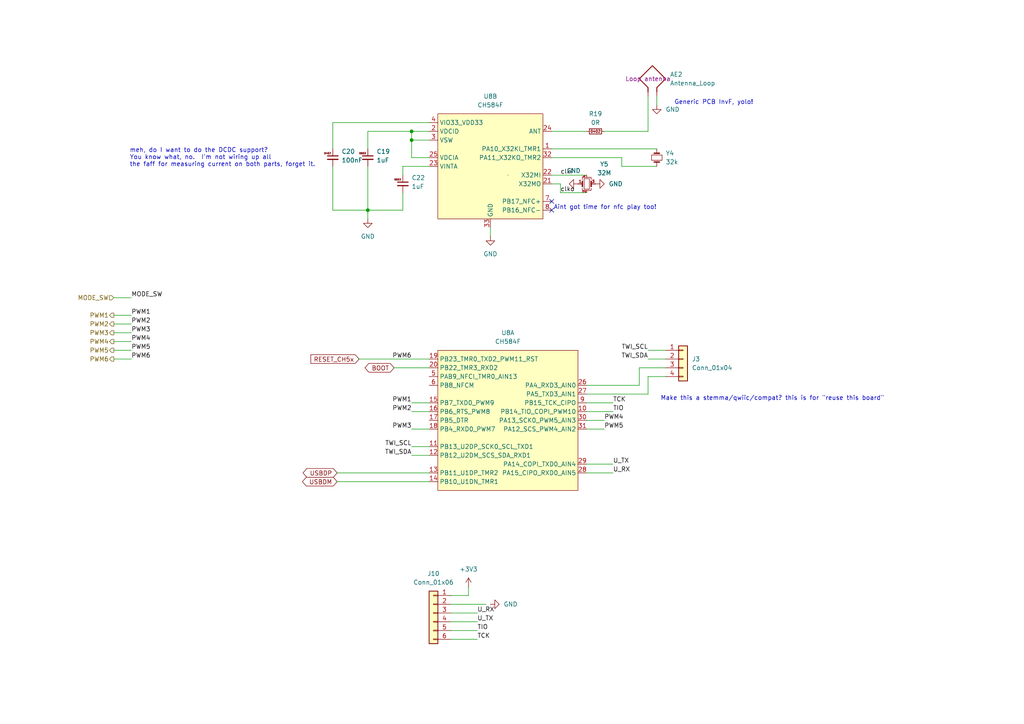
<source format=kicad_sch>
(kicad_sch (version 20250114) (generator "eeschema") (generator_version "9.0")
  (paper "A4")
  (lib_symbols
    (symbol "CH584F_1"
      (property "Reference" "U" (at -17.272 21.844 0))
      (property "Value" "CH584F" (at 8.636 20.066 0))
      (symbol "CH584F_1_1_0"
        (pin bidirectional line (at -22.86 15.24 0) (length 2.54) (name "PB23_TMR0_TXD2_PWM11_RST") (number "19"))
        (pin bidirectional line (at -22.86 12.7 0) (length 2.54) (name "PB22_TMR3_RXD2") (number "20"))
        (pin bidirectional line (at -22.86 10.16 0) (length 2.54) (name "PAB9_NFCI_TMR0_AIN13") (number "5"))
        (pin bidirectional line (at -22.86 7.62 0) (length 2.54) (name "PB8_NFCM") (number "6"))
        (pin bidirectional line (at -22.86 2.54 0) (length 2.54) (name "PB7_TXD0_PWM9") (number "15"))
        (pin bidirectional line (at -22.86 0 0) (length 2.54) (name "PB6_RTS_PWM8") (number "16"))
        (pin bidirectional line (at -22.86 -2.54 0) (length 2.54) (name "PB5_DTR") (number "17"))
        (pin bidirectional line (at -22.86 -5.08 0) (length 2.54) (name "PB4_RXD0_PWM7") (number "18"))
        (pin bidirectional line (at -22.86 -10.16 0) (length 2.54) (name "PB13_U2DP_SCK0_SCL_TXD1") (number "11"))
        (pin bidirectional line (at -22.86 -12.7 0) (length 2.54) (name "PB12_U2DM_SCS_SDA_RXD1") (number "12"))
        (pin bidirectional line (at -22.86 -17.78 0) (length 2.54) (name "PB11_U1DP_TMR2") (number "13"))
        (pin bidirectional line (at -22.86 -20.32 0) (length 2.54) (name "PB10_U1DN_TMR1") (number "14"))
        (pin bidirectional line (at 22.86 7.62 180) (length 2.54) (name "PA4_RXD3_AIN0") (number "26"))
        (pin bidirectional line (at 22.86 5.08 180) (length 2.54) (name "PA5_TXD3_AIN1") (number "27"))
        (pin bidirectional line (at 22.86 2.54 180) (length 2.54) (name "PB15_TCK_CIPO") (number "9"))
        (pin bidirectional line (at 22.86 0 180) (length 2.54) (name "PB14_TIO_COPI_PWM10") (number "10"))
        (pin bidirectional line (at 22.86 -2.54 180) (length 2.54) (name "PA13_SCK0_PWM5_AIN3") (number "30"))
        (pin bidirectional line (at 22.86 -5.08 180) (length 2.54) (name "PA12_SCS_PWM4_AIN2") (number "31"))
        (pin bidirectional line (at 22.86 -15.24 180) (length 2.54) (name "PA14_COPI_TXD0_AIN4") (number "29"))
        (pin bidirectional line (at 22.86 -17.78 180) (length 2.54) (name "PA15_CIPO_RXD0_AIN5") (number "28"))
      )
      (symbol "CH584F_1_1_1"
        (rectangle (start -20.32 17.78) (end 20.32 -22.86) (stroke (width 0.1524)) (fill (type background)))
        (rectangle (start 5.08 -5.08) (end 5.08 -5.08) (stroke (width 0.1524)))
        (rectangle (start 5.08 -5.08) (end 5.08 -5.08) (stroke (width 0.1524)))
        (rectangle (start 5.08 -5.08) (end 5.08 -5.08) (stroke (width 0.1524)))
        (rectangle (start 5.08 -5.08) (end 5.08 -5.08) (stroke (width 0.1524)))
      )
      (symbol "CH584F_1_2_0"
        (pin bidirectional line (at -17.78 10.16 0) (length 2.54) (name "VIO33_VDD33") (number "4"))
        (pin bidirectional line (at -17.78 7.62 0) (length 2.54) (name "VDCID") (number "2"))
        (pin bidirectional line (at -17.78 5.08 0) (length 2.54) (name "VSW") (number "3"))
        (pin bidirectional line (at -17.78 0 0) (length 2.54) (name "VDCIA") (number "25"))
        (pin bidirectional line (at -17.78 -2.54 0) (length 2.54) (name "VINTA") (number "23"))
        (pin power_in line (at 0 -20.32 90) (length 2.54) (name "GND") (number "33"))
        (pin bidirectional line (at 17.78 7.62 180) (length 2.54) (name "ANT") (number "24"))
        (pin bidirectional line (at 17.78 2.54 180) (length 2.54) (name "PA10_X32KI_TMR1") (number "1"))
        (pin bidirectional line (at 17.78 0 180) (length 2.54) (name "PA11_X32KO_TMR2") (number "32"))
        (pin bidirectional line (at 17.78 -5.08 180) (length 2.54) (name "X32MI") (number "22"))
        (pin bidirectional line (at 17.78 -7.62 180) (length 2.54) (name "X32MO") (number "21"))
        (pin bidirectional line (at 17.78 -12.7 180) (length 2.54) (name "PB17_NFC+") (number "7"))
        (pin bidirectional line (at 17.78 -15.24 180) (length 2.54) (name "PB16_NFC-") (number "8"))
      )
      (symbol "CH584F_1_2_1"
        (rectangle (start -15.24 12.7) (end 15.24 -17.78) (stroke (width 0.1524)) (fill (type background)))
        (rectangle (start 5.08 -5.08) (end 5.08 -5.08) (stroke (width 0.1524)))
        (rectangle (start 5.08 -5.08) (end 5.08 -5.08) (stroke (width 0.1524)))
      )
    )
    (symbol "Connector_Generic:Conn_01x04" (pin_names (offset 1.016) (hide yes))
      (property "Reference" "J" (at 0 5.08 0))
      (property "Value" "Conn_01x04" (at 0 -7.62 0))
      (symbol "Conn_01x04_1_1"
        (rectangle (start -1.27 3.81) (end 1.27 -6.35) (stroke (width 0.254)) (fill (type background)))
        (rectangle (start -1.27 2.667) (end 0 2.413) (stroke (width 0.1524)))
        (rectangle (start -1.27 0.127) (end 0 -0.127) (stroke (width 0.1524)))
        (rectangle (start -1.27 -2.413) (end 0 -2.667) (stroke (width 0.1524)))
        (rectangle (start -1.27 -4.953) (end 0 -5.207) (stroke (width 0.1524)))
        (pin passive line (at -5.08 2.54 0) (length 3.81) (name "Pin_1") (number "1"))
        (pin passive line (at -5.08 0 0) (length 3.81) (name "Pin_2") (number "2"))
        (pin passive line (at -5.08 -2.54 0) (length 3.81) (name "Pin_3") (number "3"))
        (pin passive line (at -5.08 -5.08 0) (length 3.81) (name "Pin_4") (number "4"))
      )
    )
    (symbol "Connector_Generic:Conn_01x06" (pin_names (offset 1.016) (hide yes))
      (property "Reference" "J" (at 0 7.62 0))
      (property "Value" "Conn_01x06" (at 0 -10.16 0))
      (symbol "Conn_01x06_1_1"
        (rectangle (start -1.27 6.35) (end 1.27 -8.89) (stroke (width 0.254)) (fill (type background)))
        (rectangle (start -1.27 5.207) (end 0 4.953) (stroke (width 0.1524)))
        (rectangle (start -1.27 2.667) (end 0 2.413) (stroke (width 0.1524)))
        (rectangle (start -1.27 0.127) (end 0 -0.127) (stroke (width 0.1524)))
        (rectangle (start -1.27 -2.413) (end 0 -2.667) (stroke (width 0.1524)))
        (rectangle (start -1.27 -4.953) (end 0 -5.207) (stroke (width 0.1524)))
        (rectangle (start -1.27 -7.493) (end 0 -7.747) (stroke (width 0.1524)))
        (pin passive line (at -5.08 5.08 0) (length 3.81) (name "Pin_1") (number "1"))
        (pin passive line (at -5.08 2.54 0) (length 3.81) (name "Pin_2") (number "2"))
        (pin passive line (at -5.08 0 0) (length 3.81) (name "Pin_3") (number "3"))
        (pin passive line (at -5.08 -2.54 0) (length 3.81) (name "Pin_4") (number "4"))
        (pin passive line (at -5.08 -5.08 0) (length 3.81) (name "Pin_5") (number "5"))
        (pin passive line (at -5.08 -7.62 0) (length 3.81) (name "Pin_6") (number "6"))
      )
    )
    (symbol "Device:Antenna_Loop" (pin_numbers (hide yes)) (pin_names (offset 1.016) (hide yes))
      (property "Reference" "AE" (at 1.27 6.35 0))
      (property "Value" "Antenna_Loop" (at 1.27 5.08 0))
      (symbol "Antenna_Loop_0_1"
        (polyline (pts (xy 2.54 -3.81) (xy 2.54 -2.54) (xy 5.08 0) (xy 1.27 3.81) (xy -2.54 0) (xy 0 -2.54) (xy 0 -3.81)) (stroke (width 0.254)))
      )
      (symbol "Antenna_Loop_1_1"
        (pin input line (at 0 -5.08 90) (length 2.54) (name "~") (number "1"))
        (pin input line (at 2.54 -5.08 90) (length 2.54) (name "~") (number "2"))
      )
    )
    (symbol "karl-atomic-basic:Crystal_32k_3215_Q13FC13500004" (pin_numbers (hide yes)) (pin_names (offset 1.016) (hide yes))
      (property "Reference" "Y" (at 0 2.54 0))
      (property "Value" "Crystal_32k_3215_Q13FC13500004" (at 0 -2.54 0))
      (symbol "Crystal_32k_3215_Q13FC13500004_0_1"
        (polyline (pts (xy -1.27 -0.762) (xy -1.27 0.762)) (stroke (width 0.381)))
        (rectangle (start -0.762 -1.524) (end 0.762 1.524))
        (polyline (pts (xy 1.27 -0.762) (xy 1.27 0.762)) (stroke (width 0.381)))
      )
      (symbol "Crystal_32k_3215_Q13FC13500004_1_1"
        (pin passive line (at -2.54 0 0) (length 1.27) (name "1") (number "1"))
        (pin passive line (at 2.54 0 180) (length 1.27) (name "2") (number "2"))
      )
    )
    (symbol "karl-atomic-basic:KC0402_100nF_16V" (pin_numbers (hide yes)) (pin_names (offset 0.254) (hide yes))
      (property "Reference" "C" (at 0.254 1.778 0))
      (property "Value" "100nF" (at 0.254 -2.032 0))
      (symbol "KC0402_100nF_16V_0_1"
        (polyline (pts (xy -1.524 0.508) (xy 1.524 0.508)) (stroke (width 0.3048)))
        (polyline (pts (xy -1.524 -0.508) (xy 1.524 -0.508)) (stroke (width 0.3302)))
      )
      (symbol "KC0402_100nF_16V_1_1"
        (text "0402" (at -1.524 1.27 0) (effects (font (size 0.508 0.508))))
        (pin passive line (at 0 2.54 270) (length 2.032) (name "~") (number "1"))
        (pin passive line (at 0 -2.54 90) (length 2.032) (name "~") (number "2"))
      )
    )
    (symbol "karl-atomic-basic:KC0603_1uF" (pin_numbers (hide yes)) (pin_names (offset 0.254) (hide yes))
      (property "Reference" "C" (at 0.254 1.778 0))
      (property "Value" "1uF" (at 0.254 -2.032 0))
      (symbol "KC0603_1uF_0_1"
        (polyline (pts (xy -1.524 0.508) (xy 1.524 0.508)) (stroke (width 0.3048)))
        (polyline (pts (xy -1.524 -0.508) (xy 1.524 -0.508)) (stroke (width 0.3302)))
      )
      (symbol "KC0603_1uF_1_1"
        (text "0603" (at -1.524 1.27 0) (effects (font (size 0.508 0.508))))
        (pin passive line (at 0 2.54 270) (length 2.032) (name "~") (number "1"))
        (pin passive line (at 0 -2.54 90) (length 2.032) (name "~") (number "2"))
      )
    )
    (symbol "karl-atomic-basic:KR0402_0R" (pin_numbers (hide yes)) (pin_names (offset 0.254) (hide yes))
      (property "Reference" "R" (at 0.762 0.508 0))
      (property "Value" "0R" (at 0.762 -1.016 0))
      (symbol "KR0402_0R_0_1"
        (rectangle (start -0.762 1.778) (end 0.762 -1.778) (stroke (width 0.2032)))
      )
      (symbol "KR0402_0R_1_1"
        (text "0402" (at 0 0 900) (effects (font (size 0.762 0.762))))
        (pin passive line (at 0 2.54 270) (length 0.762) (name "~") (number "1"))
        (pin passive line (at 0 -2.54 90) (length 0.762) (name "~") (number "2"))
      )
    )
    (symbol "karl-parts:Crystal_32M_2016_XTM20032000DT00351005" (pin_names (offset 1.016) (hide yes))
      (property "Reference" "Y" (at 1.27 4.445 0))
      (property "Value" "Crystal_32M_2016_XTM20032000DT00351005" (at 1.27 2.54 0))
      (symbol "Crystal_32M_2016_XTM20032000DT00351005_0_1"
        (polyline (pts (xy -1.27 1.27) (xy -1.27 1.905) (xy 1.27 1.905) (xy 1.27 1.27)))
        (polyline (pts (xy -1.27 -0.762) (xy -1.27 0.762)) (stroke (width 0.381)))
        (polyline (pts (xy -1.27 -1.27) (xy -1.27 -1.905) (xy 1.27 -1.905) (xy 1.27 -1.27)))
        (rectangle (start -0.762 -1.524) (end 0.762 1.524))
        (polyline (pts (xy 1.27 -0.762) (xy 1.27 0.762)) (stroke (width 0.381)))
      )
      (symbol "Crystal_32M_2016_XTM20032000DT00351005_1_1"
        (pin passive line (at -2.54 0 0) (length 1.27) (name "1") (number "1"))
        (pin passive line (at 0 2.54 270) (length 0.635) (name "4") (number "4"))
        (pin passive line (at 0 -2.54 90) (length 0.635) (name "2") (number "2"))
        (pin passive line (at 2.54 0 180) (length 1.27) (name "3") (number "3"))
      )
    )
    (symbol "power:+3V3" (power) (pin_numbers (hide yes)) (pin_names (offset 0) (hide yes))
      (property "Value" "+3V3" (at 0 3.556 0))
      (symbol "+3V3_0_1"
        (polyline (pts (xy -0.762 1.27) (xy 0 2.54)))
        (polyline (pts (xy 0 2.54) (xy 0.762 1.27)))
        (polyline (pts (xy 0 0) (xy 0 2.54)))
      )
      (symbol "+3V3_1_1"
        (pin power_in line (at 0 0 90) (length 0) (name "~") (number "1"))
      )
    )
    (symbol "power:GND" (power) (pin_numbers (hide yes)) (pin_names (offset 0) (hide yes))
      (property "Value" "GND" (at 0 -3.81 0))
      (symbol "GND_0_1"
        (polyline (pts (xy 0 0) (xy 0 -1.27) (xy 1.27 -1.27) (xy 0 -2.54) (xy -1.27 -1.27) (xy 0 -1.27)))
      )
      (symbol "GND_1_1"
        (pin power_in line (at 0 0 270) (length 0) (name "~") (number "1"))
      )
    )
    (symbol "wch-bluetooth:CH584F"
      (property "Reference" "U" (at -17.272 21.844 0))
      (property "Value" "CH584F" (at 8.636 20.066 0))
      (symbol "CH584F_1_0"
        (pin bidirectional line (at -22.86 15.24 0) (length 2.54) (name "PB23_TMR0_TXD2_PWM11_RST") (number "19"))
        (pin bidirectional line (at -22.86 12.7 0) (length 2.54) (name "PB22_TMR3_RXD2") (number "20"))
        (pin bidirectional line (at -22.86 10.16 0) (length 2.54) (name "PAB9_NFCI_TMR0_AIN13") (number "5"))
        (pin bidirectional line (at -22.86 7.62 0) (length 2.54) (name "PB8_NFCM") (number "6"))
        (pin bidirectional line (at -22.86 2.54 0) (length 2.54) (name "PB7_TXD0_PWM9") (number "15"))
        (pin bidirectional line (at -22.86 0 0) (length 2.54) (name "PB6_RTS_PWM8") (number "16"))
        (pin bidirectional line (at -22.86 -2.54 0) (length 2.54) (name "PB5_DTR") (number "17"))
        (pin bidirectional line (at -22.86 -5.08 0) (length 2.54) (name "PB4_RXD0_PWM7") (number "18"))
        (pin bidirectional line (at -22.86 -10.16 0) (length 2.54) (name "PB13_U2DP_SCK0_SCL_TXD1") (number "11"))
        (pin bidirectional line (at -22.86 -12.7 0) (length 2.54) (name "PB12_U2DM_SCS_SDA_RXD1") (number "12"))
        (pin bidirectional line (at -22.86 -17.78 0) (length 2.54) (name "PB11_U1DP_TMR2") (number "13"))
        (pin bidirectional line (at -22.86 -20.32 0) (length 2.54) (name "PB10_U1DN_TMR1") (number "14"))
        (pin bidirectional line (at 22.86 7.62 180) (length 2.54) (name "PA4_RXD3_AIN0") (number "26"))
        (pin bidirectional line (at 22.86 5.08 180) (length 2.54) (name "PA5_TXD3_AIN1") (number "27"))
        (pin bidirectional line (at 22.86 2.54 180) (length 2.54) (name "PB15_TCK_CIPO") (number "9"))
        (pin bidirectional line (at 22.86 0 180) (length 2.54) (name "PB14_TIO_COPI_PWM10") (number "10"))
        (pin bidirectional line (at 22.86 -2.54 180) (length 2.54) (name "PA13_SCK0_PWM5_AIN3") (number "30"))
        (pin bidirectional line (at 22.86 -5.08 180) (length 2.54) (name "PA12_SCS_PWM4_AIN2") (number "31"))
        (pin bidirectional line (at 22.86 -15.24 180) (length 2.54) (name "PA14_COPI_TXD0_AIN4") (number "29"))
        (pin bidirectional line (at 22.86 -17.78 180) (length 2.54) (name "PA15_CIPO_RXD0_AIN5") (number "28"))
      )
      (symbol "CH584F_1_1"
        (rectangle (start -20.32 17.78) (end 20.32 -22.86) (stroke (width 0.1524)) (fill (type background)))
        (rectangle (start 5.08 -5.08) (end 5.08 -5.08) (stroke (width 0.1524)))
        (rectangle (start 5.08 -5.08) (end 5.08 -5.08) (stroke (width 0.1524)))
        (rectangle (start 5.08 -5.08) (end 5.08 -5.08) (stroke (width 0.1524)))
        (rectangle (start 5.08 -5.08) (end 5.08 -5.08) (stroke (width 0.1524)))
      )
      (symbol "CH584F_2_0"
        (pin bidirectional line (at -17.78 10.16 0) (length 2.54) (name "VIO33_VDD33") (number "4"))
        (pin bidirectional line (at -17.78 7.62 0) (length 2.54) (name "VDCID") (number "2"))
        (pin bidirectional line (at -17.78 5.08 0) (length 2.54) (name "VSW") (number "3"))
        (pin bidirectional line (at -17.78 0 0) (length 2.54) (name "VDCIA") (number "25"))
        (pin bidirectional line (at -17.78 -2.54 0) (length 2.54) (name "VINTA") (number "23"))
        (pin power_in line (at 0 -20.32 90) (length 2.54) (name "GND") (number "33"))
        (pin bidirectional line (at 17.78 7.62 180) (length 2.54) (name "ANT") (number "24"))
        (pin bidirectional line (at 17.78 2.54 180) (length 2.54) (name "PA10_X32KI_TMR1") (number "1"))
        (pin bidirectional line (at 17.78 0 180) (length 2.54) (name "PA11_X32KO_TMR2") (number "32"))
        (pin bidirectional line (at 17.78 -5.08 180) (length 2.54) (name "X32MI") (number "22"))
        (pin bidirectional line (at 17.78 -7.62 180) (length 2.54) (name "X32MO") (number "21"))
        (pin bidirectional line (at 17.78 -12.7 180) (length 2.54) (name "PB17_NFC+") (number "7"))
        (pin bidirectional line (at 17.78 -15.24 180) (length 2.54) (name "PB16_NFC-") (number "8"))
      )
      (symbol "CH584F_2_1"
        (rectangle (start -15.24 12.7) (end 15.24 -17.78) (stroke (width 0.1524)) (fill (type background)))
        (rectangle (start 5.08 -5.08) (end 5.08 -5.08) (stroke (width 0.1524)))
        (rectangle (start 5.08 -5.08) (end 5.08 -5.08) (stroke (width 0.1524)))
      )
    )
  )
  (text "meh, do I want to do the DCDC support?\nYou know what, no.  I'm not wiring up all\nthe faff for measuring current on both parts, forget it." (at 37.592 45.72 0) (effects (font (size 1.27 1.27)) (justify left)))
  (text "Generic PCB InvF, yolo!" (at 195.58 30.48 0) (effects (font (size 1.27 1.27)) (justify left bottom)))
  (text "Aint got time for nfc play too!" (at 175.514 60.198 0) (effects (font (size 1.27 1.27))))
  (text "Make this a stemma/qwiic/compat? this is for \"reuse this board\"" (at 224.028 115.57 0) (effects (font (size 1.27 1.27))))
  (junction (at 106.68 60.96))
  (junction (at 119.38 40.64))
  (junction (at 119.38 38.1))
  (no_connect (at 160.02 60.96))
  (no_connect (at 160.02 58.42))
  (wire (pts (xy 170.18 119.38) (xy 177.8 119.38)))
  (wire (pts (xy 190.5 43.18) (xy 160.02 43.18)))
  (wire (pts (xy 96.52 48.26) (xy 96.52 60.96)))
  (wire (pts (xy 116.84 55.88) (xy 116.84 60.96)))
  (wire (pts (xy 187.96 114.3) (xy 187.96 109.22)))
  (wire (pts (xy 114.3 106.68) (xy 124.46 106.68)))
  (wire (pts (xy 119.38 45.72) (xy 119.38 40.64)))
  (wire (pts (xy 33.02 93.98) (xy 38.1 93.98)))
  (wire (pts (xy 130.81 180.34) (xy 138.43 180.34)))
  (wire (pts (xy 33.02 86.36) (xy 38.1 86.36)))
  (wire (pts (xy 124.46 48.26) (xy 116.84 48.26)))
  (wire (pts (xy 96.52 35.56) (xy 124.46 35.56)))
  (wire (pts (xy 33.02 104.14) (xy 38.1 104.14)))
  (wire (pts (xy 170.18 114.3) (xy 187.96 114.3)))
  (wire (pts (xy 130.81 172.72) (xy 135.89 172.72)))
  (wire (pts (xy 130.81 175.26) (xy 140.97 175.26)))
  (wire (pts (xy 170.18 137.16) (xy 177.8 137.16)))
  (wire (pts (xy 170.18 134.62) (xy 177.8 134.62)))
  (wire (pts (xy 162.56 53.34) (xy 162.56 55.88)))
  (wire (pts (xy 119.38 38.1) (xy 124.46 38.1)))
  (wire (pts (xy 106.68 60.96) (xy 116.84 60.96)))
  (wire (pts (xy 124.46 45.72) (xy 119.38 45.72)))
  (wire (pts (xy 96.52 35.56) (xy 96.52 43.18)))
  (wire (pts (xy 185.42 106.68) (xy 193.04 106.68)))
  (wire (pts (xy 104.14 104.14) (xy 124.46 104.14)))
  (wire (pts (xy 124.46 119.38) (xy 119.38 119.38)))
  (wire (pts (xy 185.42 111.76) (xy 185.42 106.68)))
  (wire (pts (xy 106.68 60.96) (xy 106.68 63.5)))
  (wire (pts (xy 119.38 132.08) (xy 124.46 132.08)))
  (wire (pts (xy 180.34 45.72) (xy 180.34 48.26)))
  (wire (pts (xy 187.96 109.22) (xy 193.04 109.22)))
  (wire (pts (xy 96.52 60.96) (xy 106.68 60.96)))
  (wire (pts (xy 124.46 116.84) (xy 119.38 116.84)))
  (wire (pts (xy 130.81 185.42) (xy 138.43 185.42)))
  (wire (pts (xy 106.68 38.1) (xy 106.68 43.18)))
  (wire (pts (xy 119.38 129.54) (xy 124.46 129.54)))
  (wire (pts (xy 142.24 66.04) (xy 142.24 68.58)))
  (wire (pts (xy 187.96 104.14) (xy 193.04 104.14)))
  (wire (pts (xy 97.79 139.7) (xy 124.46 139.7)))
  (wire (pts (xy 187.96 101.6) (xy 193.04 101.6)))
  (wire (pts (xy 116.84 48.26) (xy 116.84 50.8)))
  (wire (pts (xy 160.02 50.8) (xy 170.18 50.8)))
  (wire (pts (xy 124.46 40.64) (xy 119.38 40.64)))
  (wire (pts (xy 170.18 111.76) (xy 185.42 111.76)))
  (wire (pts (xy 162.56 55.88) (xy 170.18 55.88)))
  (wire (pts (xy 170.18 121.92) (xy 175.26 121.92)))
  (wire (pts (xy 33.02 99.06) (xy 38.1 99.06)))
  (wire (pts (xy 119.38 40.64) (xy 119.38 38.1)))
  (wire (pts (xy 124.46 124.46) (xy 119.38 124.46)))
  (wire (pts (xy 106.68 38.1) (xy 119.38 38.1)))
  (wire (pts (xy 33.02 101.6) (xy 38.1 101.6)))
  (wire (pts (xy 106.68 48.26) (xy 106.68 60.96)))
  (wire (pts (xy 190.5 48.26) (xy 180.34 48.26)))
  (wire (pts (xy 160.02 53.34) (xy 162.56 53.34)))
  (wire (pts (xy 130.81 182.88) (xy 138.43 182.88)))
  (wire (pts (xy 175.26 38.1) (xy 187.96 38.1)))
  (wire (pts (xy 97.79 137.16) (xy 124.46 137.16)))
  (wire (pts (xy 190.5 27.94) (xy 190.5 30.48)))
  (wire (pts (xy 160.02 45.72) (xy 180.34 45.72)))
  (wire (pts (xy 160.02 38.1) (xy 170.18 38.1)))
  (wire (pts (xy 33.02 96.52) (xy 38.1 96.52)))
  (wire (pts (xy 170.18 124.46) (xy 175.26 124.46)))
  (wire (pts (xy 170.18 116.84) (xy 177.8 116.84)))
  (wire (pts (xy 33.02 91.44) (xy 38.1 91.44)))
  (wire (pts (xy 187.96 27.94) (xy 187.96 38.1)))
  (wire (pts (xy 130.81 177.8) (xy 138.43 177.8)))
  (wire (pts (xy 135.89 172.72) (xy 135.89 170.18)))
  (label "PWM6" (at 38.1 104.14 0))
  (label "PWM4" (at 38.1 99.06 0))
  (label "PWM1" (at 38.1 91.44 0))
  (label "MODE_SW" (at 38.1 86.36 0))
  (label "PWM5" (at 38.1 101.6 0))
  (label "PWM1" (at 119.38 116.84 180))
  (label "TCK" (at 177.8 116.84 0))
  (label "TWI_SCL" (at 187.96 101.6 180))
  (label "U_TX" (at 138.43 180.34 0))
  (label "TWI_SCL" (at 119.38 129.54 180))
  (label "TIO" (at 177.8 119.38 0))
  (label "U_TX" (at 177.8 134.62 0))
  (label "PWM3" (at 38.1 96.52 0))
  (label "U_RX" (at 138.43 177.8 0))
  (label "PWM4" (at 175.26 121.92 0))
  (label "PWM2" (at 119.38 119.38 180))
  (label "clki" (at 162.56 50.8 0))
  (label "TWI_SDA" (at 119.38 132.08 180))
  (label "TIO" (at 138.43 182.88 0))
  (label "TCK" (at 138.43 185.42 0))
  (label "clko" (at 162.56 55.88 0))
  (label "PWM6" (at 119.38 104.14 180))
  (label "PWM2" (at 38.1 93.98 0))
  (label "TWI_SDA" (at 187.96 104.14 180))
  (label "PWM5" (at 175.26 124.46 0))
  (label "U_RX" (at 177.8 137.16 0))
  (label "PWM3" (at 119.38 124.46 180))
  (global_label "USBDM" (shape bidirectional) (at 97.79 139.7 180) (property "Intersheetrefs" "${INTERSHEET_REFS}" (effects (hide yes))))
  (global_label "USBDP" (shape bidirectional) (at 97.79 137.16 180) (property "Intersheetrefs" "${INTERSHEET_REFS}" (effects (hide yes))))
  (global_label "BOOT" (shape bidirectional) (at 114.3 106.68 180) (property "Intersheetrefs" "${INTERSHEET_REFS}" (effects (hide yes))))
  (global_label "RESET_CH5x" (shape input) (at 104.14 104.14 180) (property "Intersheetrefs" "${INTERSHEET_REFS}" (effects (hide yes))))
  (hierarchical_label "PWM6" (shape output) (at 33.02 104.14 180))
  (hierarchical_label "PWM3" (shape output) (at 33.02 96.52 180))
  (hierarchical_label "PWM4" (shape output) (at 33.02 99.06 180))
  (hierarchical_label "PWM1" (shape output) (at 33.02 91.44 180))
  (hierarchical_label "MODE_SW" (shape input) (at 33.02 86.36 180))
  (hierarchical_label "PWM2" (shape output) (at 33.02 93.98 180))
  (hierarchical_label "PWM5" (shape output) (at 33.02 101.6 180))
  (symbol (lib_id "karl-atomic-basic:KC0603_1uF") (at 106.68 45.72 0) (unit 1)
    (property "Reference" "C19" (at 109.22 43.9471 0) (effects (justify left)))
    (property "Value" "1uF" (at 109.22 46.4871 0) (effects (justify left)))
    (property "Footprint" "Capacitor_SMD:C_0603_1608Metric" (effects (hide yes)))
    (property "Description" "50V, X5R" (effects (hide yes)))
    (property "MPN" "CL10A105KB8NNNC" (effects (hide yes)))
    (property "LCSC Part #" "C15849" (effects (hide yes)))
    (property "jlcbasic" "basic" (effects (hide yes)))
  )
  (symbol (lib_id "Connector_Generic:Conn_01x04") (at 198.12 104.14 0) (unit 1) (in_bom no)
    (property "Reference" "J3" (at 200.66 104.1399 0) (effects (justify left)))
    (property "Value" "Conn_01x04" (at 200.66 106.6799 0) (effects (justify left)))
    (property "Footprint" "Connector_PinHeader_2.54mm:PinHeader_1x04_P2.54mm_Vertical" (effects (hide yes)))
    (property "Description" "Generic connector, single row, 01x04, script generated (kicad-library-utils/schlib/autogen/connector/)" (effects (hide yes)))
  )
  (symbol (lib_id "karl-atomic-basic:KC0603_1uF") (at 116.84 53.34 0) (unit 1)
    (property "Reference" "C22" (at 119.38 51.5671 0) (effects (justify left)))
    (property "Value" "1uF" (at 119.38 54.1071 0) (effects (justify left)))
    (property "Footprint" "Capacitor_SMD:C_0603_1608Metric" (effects (hide yes)))
    (property "Description" "50V, X5R" (effects (hide yes)))
    (property "MPN" "CL10A105KB8NNNC" (effects (hide yes)))
    (property "LCSC Part #" "C15849" (effects (hide yes)))
    (property "jlcbasic" "basic" (effects (hide yes)))
  )
  (symbol (lib_name "CH584F_1") (lib_id "wch-bluetooth:CH584F") (at 142.24 45.72 0) (unit 2)
    (property "Reference" "U8" (at 142.24 27.94 0))
    (property "Value" "CH584F" (at 142.24 30.48 0))
    (property "Footprint" "Package_DFN_QFN:QFN-32-1EP_4x4mm_P0.4mm_EP2.65x2.65mm" (effects (hide yes)))
    (property "Datasheet" "https://www.wch-ic.com/download/file?id=402" (effects (hide yes)))
    (property "Description" "WCH CH584F QFN32 4x4mm 0.4mm, riscv bluetooth soc 78MHz, 98kB ram" (effects (hide yes)))
    (property "MPN" "CH584F" (effects (hide yes)))
    (property "LCSC Part #" "C42381468" (effects (hide yes)))
  )
  (symbol (lib_id "karl-parts:Crystal_32M_2016_XTM20032000DT00351005") (at 170.18 53.34 0) (unit 1)
    (property "Reference" "Y5" (at 175.26 47.6182 0))
    (property "Value" "32M" (at 175.26 50.1582 0))
    (property "Footprint" "Crystal:Crystal_SMD_2016-4Pin_2.0x1.6mm" (effects (hide yes)))
    (property "Datasheet" "https://jlcpcb.com/api/file/downloadByFileSystemAccessId/8604440746372050944" (effects (hide yes)))
    (property "Description" "32MHz 8pf 10ppm, 2016-4 crystal" (effects (hide yes)))
    (property "MPN" "XTM20032000DT00351005" (effects (hide yes)))
    (property "LCSC Part #" "C37635332" (effects (hide yes)))
  )
  (symbol (lib_id "karl-atomic-basic:KR0402_0R") (at 172.72 38.1 90) (unit 1)
    (property "Reference" "R19" (at 172.72 33.02 90))
    (property "Value" "0R" (at 172.72 35.56 90))
    (property "Footprint" "Resistor_SMD:R_0402_1005Metric" (effects (hide yes)))
    (property "Description" "Resistor, 0603" (effects (hide yes)))
    (property "LCSC Part #" "C17168" (effects (hide yes)))
    (property "MPN" "0402WGF0000TCE" (effects (hide yes)))
    (property "jlcbasic" "basic" (effects (hide yes)))
  )
  (symbol (lib_id "power:GND") (at 106.68 63.5 0) (unit 1)
    (property "Reference" "#PWR039" (effects (hide yes)))
    (property "Value" "GND" (at 106.68 68.58 0))
    (property "Description" "Power symbol creates a global label with name \"GND\" , ground" (effects (hide yes)))
  )
  (symbol (lib_id "Connector_Generic:Conn_01x06") (at 125.73 177.8 0) (mirror y) (unit 1)
    (property "Reference" "J10" (at 125.73 166.37 0))
    (property "Value" "Conn_01x06" (at 125.73 168.91 0))
    (property "Footprint" "Connector_PinHeader_2.54mm:PinHeader_1x06_P2.54mm_Vertical" (effects (hide yes)))
    (property "Description" "Generic connector, single row, 01x06, script generated (kicad-library-utils/schlib/autogen/connector/)" (effects (hide yes)))
  )
  (symbol (lib_id "power:+3V3") (at 135.89 170.18 0) (unit 1)
    (property "Reference" "#PWR042" (effects (hide yes)))
    (property "Value" "+3V3" (at 135.89 165.1 0))
    (property "Description" "Power symbol creates a global label with name \"+3V3\"" (effects (hide yes)))
  )
  (symbol (lib_id "Device:Antenna_Loop") (at 187.96 22.86 0) (unit 1)
    (property "Reference" "AE2" (at 194.31 21.5899 0) (effects (justify left)))
    (property "Value" "Antenna_Loop" (at 194.31 24.1299 0) (effects (justify left)))
    (property "Footprint" "wch-antenna:ANT-F-1-2.4G-1.6MM-FR4-WCH-FLIP" (effects (hide yes)))
    (property "Description" "Loop antenna" (at 187.96 22.86 0))
  )
  (symbol (lib_id "wch-bluetooth:CH584F") (at 147.32 119.38 0) (unit 1)
    (property "Reference" "U8" (at 147.32 96.52 0))
    (property "Value" "CH584F" (at 147.32 99.06 0))
    (property "Footprint" "Package_DFN_QFN:QFN-32-1EP_4x4mm_P0.4mm_EP2.65x2.65mm" (effects (hide yes)))
    (property "Datasheet" "https://www.wch-ic.com/download/file?id=402" (effects (hide yes)))
    (property "Description" "WCH CH584F QFN32 4x4mm 0.4mm, riscv bluetooth soc 78MHz, 98kB ram" (effects (hide yes)))
    (property "MPN" "CH584F" (effects (hide yes)))
    (property "LCSC Part #" "C42381468" (effects (hide yes)))
  )
  (symbol (lib_id "power:GND") (at 142.24 175.26 90) (unit 1)
    (property "Reference" "#PWR043" (effects (hide yes)))
    (property "Value" "GND" (at 146.05 175.2599 90) (effects (justify right)))
    (property "Description" "Power symbol creates a global label with name \"GND\" , ground" (effects (hide yes)))
  )
  (symbol (lib_id "power:GND") (at 142.24 68.58 0) (unit 1)
    (property "Reference" "#PWR038" (effects (hide yes)))
    (property "Value" "GND" (at 142.24 73.66 0))
    (property "Description" "Power symbol creates a global label with name \"GND\" , ground" (effects (hide yes)))
  )
  (symbol (lib_id "power:GND") (at 167.64 53.34 270) (unit 1)
    (property "Reference" "#PWR044" (effects (hide yes)))
    (property "Value" "GND" (at 166.37 49.53 90))
    (property "Description" "Power symbol creates a global label with name \"GND\" , ground" (effects (hide yes)))
  )
  (symbol (lib_id "power:GND") (at 172.72 53.34 90) (unit 1)
    (property "Reference" "#PWR045" (effects (hide yes)))
    (property "Value" "GND" (at 176.53 53.3399 90) (effects (justify right)))
    (property "Description" "Power symbol creates a global label with name \"GND\" , ground" (effects (hide yes)))
  )
  (symbol (lib_id "karl-atomic-basic:Crystal_32k_3215_Q13FC13500004") (at 190.5 45.72 90) (unit 1)
    (property "Reference" "Y4" (at 193.04 44.4499 90) (effects (justify right)))
    (property "Value" "32k" (at 193.04 46.9899 90) (effects (justify right)))
    (property "Footprint" "Crystal:Crystal_SMD_3215-2Pin_3.2x1.5mm" (effects (hide yes)))
    (property "Datasheet" "https://www.lcsc.com/datasheet/C32346.pdf" (effects (hide yes)))
    (property "Description" "32.768kHz 70kΩ Crystal ±20ppm SMD3215-2P, 12.5pF" (effects (hide yes)))
    (property "MPN" "Q13FC13500004" (effects (hide yes)))
    (property "LCSC Part #" "C32346" (effects (hide yes)))
    (property "jlcbasic" "basic" (effects (hide yes)))
  )
  (symbol (lib_id "power:GND") (at 190.5 30.48 0) (unit 1)
    (property "Reference" "#PWR041" (effects (hide yes)))
    (property "Value" "GND" (at 193.04 31.7499 0) (effects (justify left)))
    (property "Description" "Power symbol creates a global label with name \"GND\" , ground" (effects (hide yes)))
  )
  (symbol (lib_id "karl-atomic-basic:KC0402_100nF_16V") (at 96.52 45.72 0) (unit 1)
    (property "Reference" "C20" (at 99.06 43.9471 0) (effects (justify left)))
    (property "Value" "100nF" (at 99.06 46.4871 0) (effects (justify left)))
    (property "Footprint" "Capacitor_SMD:C_0402_1005Metric" (effects (hide yes)))
    (property "Description" "16V X7R" (effects (hide yes)))
    (property "MPN" "CL05B104KO5NNNC" (effects (hide yes)))
    (property "LCSC Part #" "C1525" (effects (hide yes)))
    (property "jlcbasic" "basic" (effects (hide yes)))
  )
)
</source>
